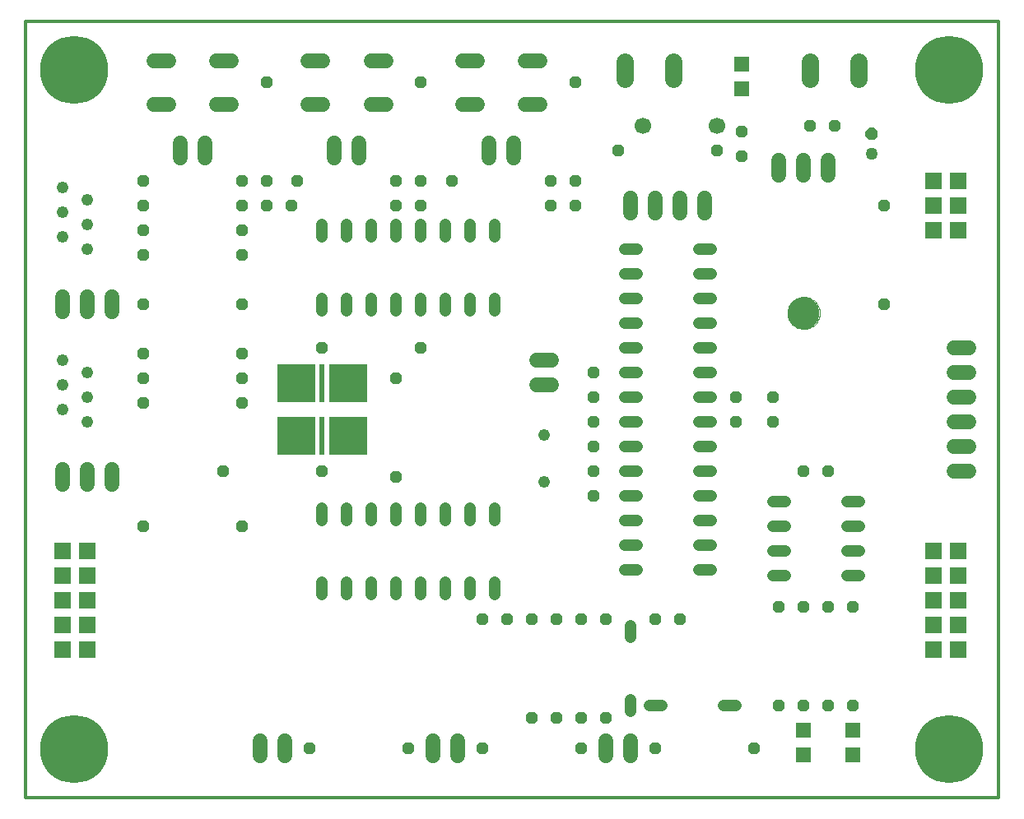
<source format=gbs>
G75*
%MOIN*%
%OFA0B0*%
%FSLAX24Y24*%
%IPPOS*%
%LPD*%
%AMOC8*
5,1,8,0,0,1.08239X$1,22.5*
%
%ADD10C,0.0120*%
%ADD11C,0.0705*%
%ADD12C,0.0480*%
%ADD13R,0.0689X0.0689*%
%ADD14R,0.1575X0.1575*%
%ADD15R,0.0236X0.1575*%
%ADD16C,0.0600*%
%ADD17C,0.0000*%
%ADD18C,0.1300*%
%ADD19OC8,0.0480*%
%ADD20OC8,0.0500*%
%ADD21C,0.0500*%
%ADD22C,0.0480*%
%ADD23C,0.0669*%
%ADD24R,0.0591X0.0591*%
%ADD25C,0.2756*%
D10*
X013160Y000220D02*
X013160Y031716D01*
X052530Y031716D01*
X052530Y000220D01*
X013160Y000220D01*
D11*
X037426Y029368D02*
X037426Y030073D01*
X039395Y030073D02*
X039395Y029368D01*
X044926Y029368D02*
X044926Y030073D01*
X046895Y030073D02*
X046895Y029368D01*
D12*
X040900Y022470D02*
X040420Y022470D01*
X040420Y021470D02*
X040900Y021470D01*
X040900Y020470D02*
X040420Y020470D01*
X040420Y019470D02*
X040900Y019470D01*
X040900Y018470D02*
X040420Y018470D01*
X040420Y017470D02*
X040900Y017470D01*
X040900Y016470D02*
X040420Y016470D01*
X040420Y015470D02*
X040900Y015470D01*
X040900Y014470D02*
X040420Y014470D01*
X040420Y013470D02*
X040900Y013470D01*
X040900Y012470D02*
X040420Y012470D01*
X040420Y011470D02*
X040900Y011470D01*
X040900Y010470D02*
X040420Y010470D01*
X040420Y009470D02*
X040900Y009470D01*
X043420Y009220D02*
X043900Y009220D01*
X043900Y010220D02*
X043420Y010220D01*
X043420Y011220D02*
X043900Y011220D01*
X043900Y012220D02*
X043420Y012220D01*
X046420Y012220D02*
X046900Y012220D01*
X046900Y011220D02*
X046420Y011220D01*
X046420Y010220D02*
X046900Y010220D01*
X046900Y009220D02*
X046420Y009220D01*
X041900Y003970D02*
X041420Y003970D01*
X038900Y003970D02*
X038420Y003970D01*
X037660Y003730D02*
X037660Y004210D01*
X037660Y006730D02*
X037660Y007210D01*
X037420Y009470D02*
X037900Y009470D01*
X037900Y010470D02*
X037420Y010470D01*
X037420Y011470D02*
X037900Y011470D01*
X037900Y012470D02*
X037420Y012470D01*
X037420Y013470D02*
X037900Y013470D01*
X037900Y014470D02*
X037420Y014470D01*
X037420Y015470D02*
X037900Y015470D01*
X037900Y016470D02*
X037420Y016470D01*
X037420Y017470D02*
X037900Y017470D01*
X037900Y018470D02*
X037420Y018470D01*
X037420Y019470D02*
X037900Y019470D01*
X037900Y020470D02*
X037420Y020470D01*
X037420Y021470D02*
X037900Y021470D01*
X037900Y022470D02*
X037420Y022470D01*
X032160Y022980D02*
X032160Y023460D01*
X031160Y023460D02*
X031160Y022980D01*
X030160Y022980D02*
X030160Y023460D01*
X029160Y023460D02*
X029160Y022980D01*
X028160Y022980D02*
X028160Y023460D01*
X027160Y023460D02*
X027160Y022980D01*
X026160Y022980D02*
X026160Y023460D01*
X025160Y023460D02*
X025160Y022980D01*
X025160Y020460D02*
X025160Y019980D01*
X026160Y019980D02*
X026160Y020460D01*
X027160Y020460D02*
X027160Y019980D01*
X028160Y019980D02*
X028160Y020460D01*
X029160Y020460D02*
X029160Y019980D01*
X030160Y019980D02*
X030160Y020460D01*
X031160Y020460D02*
X031160Y019980D01*
X032160Y019980D02*
X032160Y020460D01*
X032160Y011960D02*
X032160Y011480D01*
X031160Y011480D02*
X031160Y011960D01*
X030160Y011960D02*
X030160Y011480D01*
X029160Y011480D02*
X029160Y011960D01*
X028160Y011960D02*
X028160Y011480D01*
X027160Y011480D02*
X027160Y011960D01*
X026160Y011960D02*
X026160Y011480D01*
X025160Y011480D02*
X025160Y011960D01*
X025160Y008960D02*
X025160Y008480D01*
X026160Y008480D02*
X026160Y008960D01*
X027160Y008960D02*
X027160Y008480D01*
X028160Y008480D02*
X028160Y008960D01*
X029160Y008960D02*
X029160Y008480D01*
X030160Y008480D02*
X030160Y008960D01*
X031160Y008960D02*
X031160Y008480D01*
X032160Y008480D02*
X032160Y008960D01*
D13*
X015660Y009220D03*
X014660Y009220D03*
X014660Y008220D03*
X014660Y007220D03*
X015660Y007220D03*
X015660Y008220D03*
X015660Y010220D03*
X014660Y010220D03*
X014660Y006220D03*
X015660Y006220D03*
X049910Y006220D03*
X050910Y006220D03*
X050910Y007220D03*
X049910Y007220D03*
X049910Y008220D03*
X049910Y009220D03*
X049910Y010220D03*
X050910Y010220D03*
X050910Y009220D03*
X050910Y008220D03*
X050910Y023220D03*
X049910Y023220D03*
X049910Y024220D03*
X050910Y024220D03*
X050910Y025220D03*
X049910Y025220D03*
D14*
X026204Y017031D03*
X024117Y017031D03*
X024117Y014905D03*
X026204Y014905D03*
D15*
X025160Y014905D03*
X025160Y017031D03*
D16*
X033860Y016970D02*
X034460Y016970D01*
X034460Y017970D02*
X033860Y017970D01*
X037660Y023920D02*
X037660Y024520D01*
X038660Y024520D02*
X038660Y023920D01*
X039660Y023920D02*
X039660Y024520D01*
X040660Y024520D02*
X040660Y023920D01*
X043660Y025483D02*
X043660Y026083D01*
X044660Y026083D02*
X044660Y025483D01*
X045660Y025483D02*
X045660Y026083D01*
X050730Y018468D02*
X051330Y018468D01*
X051330Y017468D02*
X050730Y017468D01*
X050730Y016468D02*
X051330Y016468D01*
X051330Y015468D02*
X050730Y015468D01*
X050730Y014468D02*
X051330Y014468D01*
X051330Y013468D02*
X050730Y013468D01*
X037660Y002520D02*
X037660Y001920D01*
X036660Y001920D02*
X036660Y002520D01*
X030660Y002520D02*
X030660Y001920D01*
X029660Y001920D02*
X029660Y002520D01*
X023660Y002520D02*
X023660Y001920D01*
X022660Y001920D02*
X022660Y002520D01*
X016660Y012920D02*
X016660Y013520D01*
X015660Y013520D02*
X015660Y012920D01*
X014660Y012920D02*
X014660Y013520D01*
X014660Y019920D02*
X014660Y020520D01*
X015660Y020520D02*
X015660Y019920D01*
X016660Y019920D02*
X016660Y020520D01*
X019410Y026170D02*
X019410Y026770D01*
X020410Y026770D02*
X020410Y026170D01*
X020890Y028330D02*
X021490Y028330D01*
X021490Y030110D02*
X020890Y030110D01*
X018930Y030110D02*
X018330Y030110D01*
X018330Y028330D02*
X018930Y028330D01*
X024580Y028330D02*
X025180Y028330D01*
X025660Y026770D02*
X025660Y026170D01*
X026660Y026170D02*
X026660Y026770D01*
X027140Y028330D02*
X027740Y028330D01*
X027740Y030110D02*
X027140Y030110D01*
X025180Y030110D02*
X024580Y030110D01*
X030830Y030110D02*
X031430Y030110D01*
X033390Y030110D02*
X033990Y030110D01*
X033990Y028330D02*
X033390Y028330D01*
X031430Y028330D02*
X030830Y028330D01*
X031910Y026770D02*
X031910Y026170D01*
X032910Y026170D02*
X032910Y026770D01*
D17*
X044010Y019883D02*
X044012Y019933D01*
X044018Y019983D01*
X044028Y020033D01*
X044041Y020081D01*
X044058Y020129D01*
X044079Y020175D01*
X044103Y020219D01*
X044131Y020261D01*
X044162Y020301D01*
X044196Y020338D01*
X044233Y020373D01*
X044272Y020404D01*
X044313Y020433D01*
X044357Y020458D01*
X044403Y020480D01*
X044450Y020498D01*
X044498Y020512D01*
X044547Y020523D01*
X044597Y020530D01*
X044647Y020533D01*
X044698Y020532D01*
X044748Y020527D01*
X044798Y020518D01*
X044846Y020506D01*
X044894Y020489D01*
X044940Y020469D01*
X044985Y020446D01*
X045028Y020419D01*
X045068Y020389D01*
X045106Y020356D01*
X045141Y020320D01*
X045174Y020281D01*
X045203Y020240D01*
X045229Y020197D01*
X045252Y020152D01*
X045271Y020105D01*
X045286Y020057D01*
X045298Y020008D01*
X045306Y019958D01*
X045310Y019908D01*
X045310Y019858D01*
X045306Y019808D01*
X045298Y019758D01*
X045286Y019709D01*
X045271Y019661D01*
X045252Y019614D01*
X045229Y019569D01*
X045203Y019526D01*
X045174Y019485D01*
X045141Y019446D01*
X045106Y019410D01*
X045068Y019377D01*
X045028Y019347D01*
X044985Y019320D01*
X044940Y019297D01*
X044894Y019277D01*
X044846Y019260D01*
X044798Y019248D01*
X044748Y019239D01*
X044698Y019234D01*
X044647Y019233D01*
X044597Y019236D01*
X044547Y019243D01*
X044498Y019254D01*
X044450Y019268D01*
X044403Y019286D01*
X044357Y019308D01*
X044313Y019333D01*
X044272Y019362D01*
X044233Y019393D01*
X044196Y019428D01*
X044162Y019465D01*
X044131Y019505D01*
X044103Y019547D01*
X044079Y019591D01*
X044058Y019637D01*
X044041Y019685D01*
X044028Y019733D01*
X044018Y019783D01*
X044012Y019833D01*
X044010Y019883D01*
D18*
X044660Y019883D03*
D19*
X047910Y020220D03*
X047910Y024220D03*
X045910Y027470D03*
X044910Y027470D03*
X042160Y027220D03*
X042160Y026220D03*
X041160Y026470D03*
X037160Y026470D03*
X035410Y025220D03*
X034410Y025220D03*
X034410Y024220D03*
X035410Y024220D03*
X030410Y025220D03*
X029160Y025220D03*
X028160Y025220D03*
X028160Y024220D03*
X029160Y024220D03*
X024160Y025220D03*
X022910Y025220D03*
X021910Y025220D03*
X021910Y024220D03*
X021910Y023220D03*
X021910Y022220D03*
X021910Y020220D03*
X021910Y018220D03*
X021910Y017220D03*
X021910Y016220D03*
X021160Y013470D03*
X021910Y011220D03*
X025160Y013470D03*
X028160Y013220D03*
X028160Y017220D03*
X029160Y018470D03*
X025160Y018470D03*
X023910Y024220D03*
X022910Y024220D03*
X017910Y024220D03*
X017910Y023220D03*
X017910Y022220D03*
X017910Y020220D03*
X017910Y018220D03*
X017910Y017220D03*
X017910Y016220D03*
X017910Y011220D03*
X024660Y002220D03*
X028660Y002220D03*
X031660Y002220D03*
X033660Y003470D03*
X034660Y003470D03*
X035660Y003470D03*
X036660Y003470D03*
X035660Y002220D03*
X038660Y002220D03*
X042660Y002220D03*
X043660Y003970D03*
X044660Y003970D03*
X045660Y003970D03*
X046660Y003970D03*
X046660Y007970D03*
X045660Y007970D03*
X044660Y007970D03*
X043660Y007970D03*
X039660Y007470D03*
X038660Y007470D03*
X036660Y007470D03*
X035660Y007470D03*
X034660Y007470D03*
X033660Y007470D03*
X032660Y007470D03*
X031660Y007470D03*
X036160Y012470D03*
X036160Y013470D03*
X036160Y014470D03*
X036160Y015470D03*
X036160Y016470D03*
X036160Y017470D03*
X041910Y016470D03*
X041910Y015470D03*
X043410Y015470D03*
X043410Y016470D03*
X044660Y013470D03*
X045660Y013470D03*
X035410Y029220D03*
X029160Y029220D03*
X022910Y029220D03*
X017910Y025220D03*
D20*
X047410Y027120D03*
D21*
X047410Y026320D03*
D22*
X034160Y014920D03*
X034160Y013020D03*
X015660Y015470D03*
X015660Y016470D03*
X015660Y017470D03*
X014660Y017970D03*
X014660Y016970D03*
X014660Y015970D03*
X015660Y022470D03*
X015660Y023470D03*
X015660Y024470D03*
X014660Y023970D03*
X014660Y022970D03*
X014660Y024970D03*
D23*
X038160Y027470D03*
X041160Y027470D03*
D24*
X042160Y028970D03*
X042160Y029970D03*
X044660Y002970D03*
X044660Y001970D03*
X046660Y001970D03*
X046660Y002970D03*
D25*
X050562Y002189D03*
X015129Y002189D03*
X015129Y029748D03*
X050562Y029748D03*
M02*

</source>
